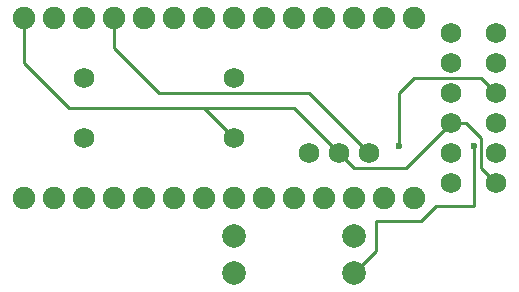
<source format=gtl>
G04 #@! TF.FileFunction,Copper,L1,Top,Signal*
%FSLAX46Y46*%
G04 Gerber Fmt 4.6, Leading zero omitted, Abs format (unit mm)*
G04 Created by KiCad (PCBNEW 4.0.0-rc1-stable) date 11/7/2015 3:14:44 PM*
%MOMM*%
G01*
G04 APERTURE LIST*
%ADD10C,0.020000*%
%ADD11C,1.900000*%
%ADD12C,1.752600*%
%ADD13C,1.998980*%
%ADD14C,0.600000*%
%ADD15C,0.250000*%
G04 APERTURE END LIST*
D10*
D11*
X109220000Y-68580000D03*
X111760000Y-68580000D03*
X114300000Y-68580000D03*
X116840000Y-68580000D03*
X119380000Y-68580000D03*
X121920000Y-68580000D03*
X124460000Y-68580000D03*
X127000000Y-68580000D03*
X129540000Y-68580000D03*
X132080000Y-68580000D03*
X134620000Y-68580000D03*
X137160000Y-68580000D03*
X139700000Y-68580000D03*
X139700000Y-83820000D03*
X137160000Y-83820000D03*
X134620000Y-83820000D03*
X132080000Y-83820000D03*
X129540000Y-83820000D03*
X127000000Y-83820000D03*
X124460000Y-83820000D03*
X121920000Y-83820000D03*
X119380000Y-83820000D03*
X116840000Y-83820000D03*
X114300000Y-83820000D03*
X111760000Y-83820000D03*
X109220000Y-83820000D03*
X106680000Y-83820000D03*
X106680000Y-68580000D03*
D12*
X124460000Y-78740000D03*
X124460000Y-73660000D03*
X111760000Y-73660000D03*
X111760000Y-78740000D03*
X142875000Y-82550000D03*
X142875000Y-80010000D03*
X142875000Y-77470000D03*
X142875000Y-74930000D03*
X142875000Y-72390000D03*
X142875000Y-69850000D03*
X146685000Y-82550000D03*
X146685000Y-80010000D03*
X146685000Y-77470000D03*
X146685000Y-74930000D03*
X146685000Y-72390000D03*
X146685000Y-69850000D03*
X130810000Y-80010000D03*
X133350000Y-80010000D03*
X135890000Y-80010000D03*
D13*
X124460000Y-86995000D03*
X134620000Y-86995000D03*
X124460000Y-90170000D03*
X134620000Y-90170000D03*
D14*
X144780000Y-79375000D03*
X138430000Y-79375000D03*
X111760000Y-73660000D03*
D15*
X129540000Y-76200000D02*
X133350000Y-80010000D01*
X133350000Y-80010000D02*
X134620000Y-81280000D01*
X134620000Y-81280000D02*
X139065000Y-81280000D01*
X129540000Y-76200000D02*
X129540000Y-76200000D01*
X129540000Y-76200000D02*
X124460000Y-76200000D01*
X146685000Y-82550000D02*
X145415000Y-81280000D01*
X144145000Y-77470000D02*
X142875000Y-77470000D01*
X145415000Y-78740000D02*
X144145000Y-77470000D01*
X145415000Y-81280000D02*
X145415000Y-78740000D01*
X124460000Y-78740000D02*
X121920000Y-76200000D01*
X124460000Y-76200000D02*
X121920000Y-76200000D01*
X121920000Y-76200000D02*
X110490000Y-76200000D01*
X139065000Y-81280000D02*
X142875000Y-77470000D01*
X110490000Y-76200000D02*
X106680000Y-72390000D01*
X106680000Y-72390000D02*
X106680000Y-68580000D01*
X135890000Y-80010000D02*
X130810000Y-74930000D01*
X130810000Y-74930000D02*
X118110000Y-74930000D01*
X118110000Y-74930000D02*
X114300000Y-71120000D01*
X114300000Y-71120000D02*
X114300000Y-68580000D01*
X137160000Y-85725000D02*
X136525000Y-85725000D01*
X136525000Y-88265000D02*
X134620000Y-90170000D01*
X136525000Y-85725000D02*
X136525000Y-88265000D01*
X144780000Y-84455000D02*
X144780000Y-79375000D01*
X141605000Y-84455000D02*
X144780000Y-84455000D01*
X140335000Y-85725000D02*
X141605000Y-84455000D01*
X137160000Y-85725000D02*
X140335000Y-85725000D01*
X145415000Y-73660000D02*
X146685000Y-74930000D01*
X139700000Y-73660000D02*
X145415000Y-73660000D01*
X138430000Y-74930000D02*
X139700000Y-73660000D01*
X138430000Y-79375000D02*
X138430000Y-74930000D01*
X111760000Y-73660000D02*
X111925000Y-73495000D01*
M02*

</source>
